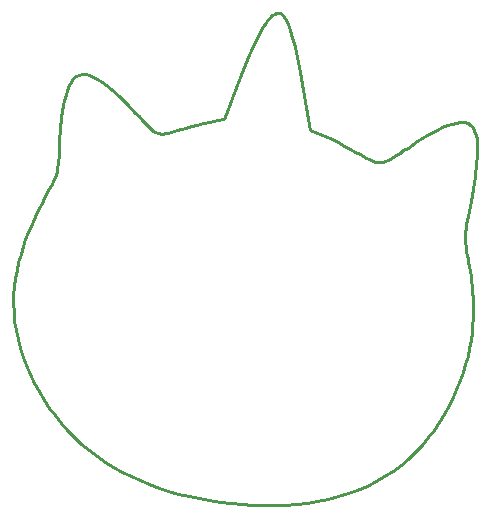
<source format=gko>
G04 Layer: BoardOutlineLayer*
G04 EasyEDA v6.5.22, 2023-01-18 18:11:45*
G04 3f45770606e946e99412526f685ae31c,41bbaa2022c14ae6819927e2b53804d3,10*
G04 Gerber Generator version 0.2*
G04 Scale: 100 percent, Rotated: No, Reflected: No *
G04 Dimensions in millimeters *
G04 leading zeros omitted , absolute positions ,4 integer and 5 decimal *
%FSLAX45Y45*%
%MOMM*%

%ADD10C,0.2540*%
D10*
X-4710155Y2269182D02*
G01*
X-4725492Y2268984D01*
X-4741984Y2264882D01*
X-4760226Y2254811D01*
X-4780810Y2236701D01*
X-4792167Y2223985D01*
X-4804331Y2208484D01*
X-4817379Y2189942D01*
X-4831384Y2168095D01*
X-4846421Y2142690D01*
X-4862563Y2113467D01*
X-4879886Y2080166D01*
X-4898463Y2042530D01*
X-4913795Y2010181D01*
X-4929814Y1975337D01*
X-4963528Y1899213D01*
X-4998811Y1816249D01*
X-5034869Y1728543D01*
X-5106116Y1547268D01*
X-5139715Y1457886D01*
X-5170901Y1372130D01*
X-5231000Y1362522D01*
X-5288800Y1351516D01*
X-5343954Y1339504D01*
X-5396105Y1326888D01*
X-5444896Y1314061D01*
X-5489973Y1301422D01*
X-5530984Y1289364D01*
X-5567570Y1278288D01*
X-5595518Y1269779D01*
X-5620303Y1262463D01*
X-5642338Y1256489D01*
X-5662030Y1252006D01*
X-5696036Y1248100D01*
X-5725604Y1251932D01*
X-5754019Y1264696D01*
X-5768820Y1274800D01*
X-5784562Y1287581D01*
X-5801659Y1303190D01*
X-5820519Y1321772D01*
X-5841555Y1343482D01*
X-5865174Y1368463D01*
X-5891662Y1396720D01*
X-5920780Y1427693D01*
X-5985443Y1494947D01*
X-6056243Y1564558D01*
X-6130251Y1630867D01*
X-6167546Y1661015D01*
X-6204546Y1688213D01*
X-6240884Y1711754D01*
X-6276197Y1730928D01*
X-6310116Y1745033D01*
X-6342280Y1753356D01*
X-6372321Y1755193D01*
X-6399870Y1749833D01*
X-6424655Y1736818D01*
X-6446751Y1716669D01*
X-6466321Y1690164D01*
X-6483537Y1658068D01*
X-6498562Y1621162D01*
X-6511561Y1580215D01*
X-6522704Y1535998D01*
X-6532153Y1489285D01*
X-6546646Y1391462D01*
X-6556372Y1292928D01*
X-6562658Y1199865D01*
X-6564929Y1157315D01*
X-6566837Y1118450D01*
X-6568551Y1083828D01*
X-6570218Y1053132D01*
X-6571993Y1025829D01*
X-6574025Y1001389D01*
X-6579455Y958969D01*
X-6587710Y921618D01*
X-6599996Y885083D01*
X-6617510Y845103D01*
X-6628604Y822495D01*
X-6641457Y797430D01*
X-6656214Y769376D01*
X-6673032Y737803D01*
X-6691965Y702299D01*
X-6712681Y662937D01*
X-6734766Y619907D01*
X-6757797Y573399D01*
X-6781352Y523610D01*
X-6805010Y470728D01*
X-6828350Y414944D01*
X-6850951Y356453D01*
X-6872391Y295442D01*
X-6892251Y232107D01*
X-6910108Y166636D01*
X-6925541Y99225D01*
X-6938129Y30060D01*
X-6947453Y-40660D01*
X-6953089Y-112750D01*
X-6954619Y-186016D01*
X-6951705Y-260256D01*
X-6944372Y-335224D01*
X-6932726Y-410674D01*
X-6916874Y-486354D01*
X-6896928Y-562010D01*
X-6872993Y-637392D01*
X-6845178Y-712251D01*
X-6813593Y-786333D01*
X-6778343Y-859391D01*
X-6739536Y-931169D01*
X-6697286Y-1001415D01*
X-6651696Y-1069886D01*
X-6602874Y-1136322D01*
X-6550931Y-1200477D01*
X-6495973Y-1262098D01*
X-6438112Y-1320934D01*
X-6377452Y-1376781D01*
X-6314102Y-1429618D01*
X-6248166Y-1479473D01*
X-6179753Y-1526372D01*
X-6108966Y-1570344D01*
X-6035916Y-1611416D01*
X-5960704Y-1649615D01*
X-5883440Y-1684967D01*
X-5804227Y-1717502D01*
X-5723173Y-1747245D01*
X-5640384Y-1774223D01*
X-5555968Y-1798462D01*
X-5470027Y-1819993D01*
X-5382668Y-1838843D01*
X-5294002Y-1855035D01*
X-5204129Y-1868601D01*
X-5113190Y-1879541D01*
X-5021440Y-1887766D01*
X-4929162Y-1893158D01*
X-4836642Y-1895604D01*
X-4744166Y-1894987D01*
X-4652017Y-1891195D01*
X-4560481Y-1884108D01*
X-4469843Y-1873613D01*
X-4380387Y-1859592D01*
X-4292399Y-1841936D01*
X-4206163Y-1820524D01*
X-4121965Y-1795241D01*
X-4040088Y-1765975D01*
X-3960820Y-1732607D01*
X-3884444Y-1695025D01*
X-3811244Y-1653110D01*
X-3741458Y-1606831D01*
X-3675133Y-1556473D01*
X-3612263Y-1502412D01*
X-3552847Y-1445013D01*
X-3496881Y-1384645D01*
X-3444361Y-1321681D01*
X-3395286Y-1256484D01*
X-3349647Y-1189431D01*
X-3307448Y-1120886D01*
X-3268680Y-1051222D01*
X-3233341Y-980805D01*
X-3201431Y-910005D01*
X-3172942Y-839195D01*
X-3147872Y-768741D01*
X-3126219Y-699013D01*
X-3107979Y-630382D01*
X-3093107Y-563178D01*
X-3081390Y-497563D01*
X-3072574Y-433646D01*
X-3066412Y-371541D01*
X-3062645Y-311360D01*
X-3061025Y-253210D01*
X-3061299Y-197208D01*
X-3063212Y-143459D01*
X-3066511Y-92080D01*
X-3070948Y-43177D01*
X-3076265Y3134D01*
X-3082213Y46743D01*
X-3088540Y87541D01*
X-3094992Y125415D01*
X-3101317Y160253D01*
X-3107260Y191945D01*
X-3112604Y220469D01*
X-3117288Y246212D01*
X-3124558Y291325D01*
X-3128853Y331246D01*
X-3129965Y369935D01*
X-3127682Y411355D01*
X-3121787Y459468D01*
X-3117420Y487271D01*
X-3112071Y518233D01*
X-3105713Y552846D01*
X-3098319Y591611D01*
X-3089927Y634822D01*
X-3080829Y681944D01*
X-3071395Y732213D01*
X-3061985Y784865D01*
X-3044703Y894262D01*
X-3031896Y1004023D01*
X-3028081Y1057135D01*
X-3026481Y1108044D01*
X-3027456Y1155989D01*
X-3031373Y1200208D01*
X-3038596Y1239936D01*
X-3049490Y1274409D01*
X-3064418Y1302865D01*
X-3083747Y1324536D01*
X-3107687Y1338905D01*
X-3135866Y1346385D01*
X-3167758Y1347614D01*
X-3202848Y1343235D01*
X-3240613Y1333888D01*
X-3280531Y1320218D01*
X-3322086Y1302862D01*
X-3364753Y1282463D01*
X-3451344Y1235095D01*
X-3536144Y1183248D01*
X-3614986Y1132044D01*
X-3650874Y1108290D01*
X-3683711Y1086619D01*
X-3713132Y1067559D01*
X-3739413Y1051181D01*
X-3762989Y1037435D01*
X-3784295Y1026269D01*
X-3803771Y1017635D01*
X-3821849Y1011483D01*
X-3855562Y1006429D01*
X-3888920Y1010709D01*
X-3906560Y1016228D01*
X-3925417Y1023932D01*
X-3945933Y1033769D01*
X-3968541Y1045697D01*
X-3993677Y1059660D01*
X-4021777Y1075611D01*
X-4060510Y1097602D01*
X-4103941Y1121902D01*
X-4151693Y1147937D01*
X-4203379Y1175141D01*
X-4258627Y1202936D01*
X-4317050Y1230756D01*
X-4378271Y1258026D01*
X-4441906Y1284178D01*
X-4456028Y1375100D01*
X-4471990Y1471475D01*
X-4507636Y1670265D01*
X-4526422Y1767519D01*
X-4545248Y1859902D01*
X-4563666Y1944837D01*
X-4572581Y1983704D01*
X-4581225Y2019739D01*
X-4591321Y2059452D01*
X-4600961Y2094702D01*
X-4610181Y2125759D01*
X-4619025Y2152886D01*
X-4627529Y2176353D01*
X-4635736Y2196426D01*
X-4643681Y2213373D01*
X-4651410Y2227458D01*
X-4666373Y2248115D01*
X-4680938Y2260531D01*
X-4695426Y2266843D01*
X-4710158Y2269182D01*
X-4710155Y2269182D01*

%LPD*%
M02*

</source>
